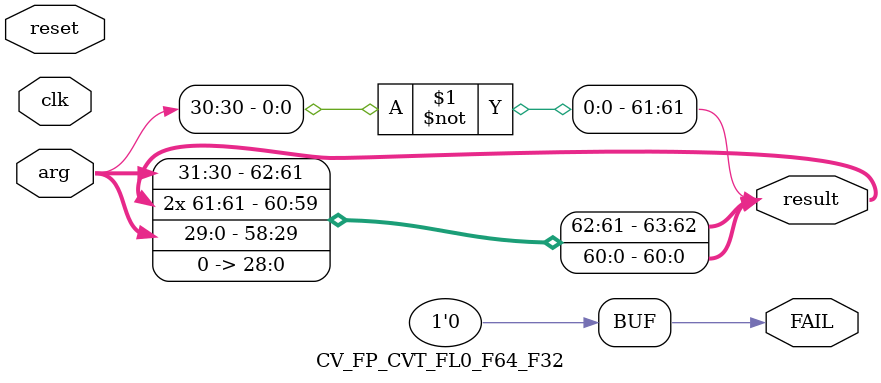
<source format=v>


// June 2017 - Better clock speed for FP_DIVIDER, but big latency and still rather poor - let's find a better public-domain one.


//=============================================================================================================
// Single-Precision, Flash, Floating Point Multiplier.  32=1+8+23
// 
module CV_FP_FLASH_MULTIPLIER_SP(
       input clk,
       input reset,
       output  [31:0] RR,
       input   [31:0] XX,
       input   [31:0] YY,
       output FAIL
       );

  wire [7:0] exp1, exp2;
  wire [22:0] mant1,mant2; 
  wire s1, s2;
  reg [31:0] arg1, arg2, res0, res1, res2, res3; // Fixed pipeline latency 5 (FL5).
  reg 	     fl0, fl1, fl2, fl3;
  assign { s1, exp1, mant1 } = arg1;  // Deconstruct input arg1
  assign { s2, exp2, mant2 } = arg2;  // Deconstruct input arg2

  wire z1 = exp1 == 8'd0; // Check arg1 is zero or denormal.
  wire z2 = exp2 == 8'd0; // Check arg2 is zero or denormal.

   wire nan1 = exp1 == 8'hff && mant1 != 0;
   wire nan2 = exp2 == 8'hff && mant2 != 0;

   wire inf1 = exp1 == 8'hff && mant1 == 0;
   wire inf2 = exp2 == 8'hff && mant2 == 0;

   wire nanr = nan1 || nan2; // Highest precedence
   wire zr = z1 || z2;       // Zero comes next.
   wire infr = inf1 || inf2; // Infinity lowest precedence special result.

   wire [8:0] exp_r0 = {1'b0, exp1 } + { 1'b0, exp2 }; // Add exponents as exponent for result
   wire [47:0] mant_r0 = {1'b1, mant1 } * {1'b1, mant2};
   
   wire growth = mant_r0[105];
   wire [8:0] exp_r1 =  (growth) ? exp_r0+12'd1: exp_r0;
   wire [47:0] mant_r1 = (growth) ? mant_r0 >> 1: mant_r0;

   wire too_small = !zr && exp_r1 < 0+128;
   wire too_large = !zr && exp_r1 > 256+127;

   wire [10:0] exp_r2 = exp_r1 - 8'd127;
   wire [22:0] mant_r2 = mant_r1 >> 23;  // Bit 23 would be the hidden bit. TODO: Need to round.

  // For multiply of normalised two-bit numbers we have the following cases:
  //   2*2=4, 2*3=6 and 3*3=9.  The maximum amount of renomalisation is one place.
  // Treating all denomals as zero means that no other renormalisation is ever needed.
  wire [31:0] rslt =
    nanr ? { 1'b0, 8'hff, -23'd1 }:                // NaN highest	      
    (too_small || zr) ?   { s1 ^ s2, 8'd0,   23'd0 }: // Zero mid
    (too_large || infr) ? { s1 ^ s2, 8'hff, 23'd0 }:  // Inf: lowest precedence special result
    { s1 ^ s2, exp_r2, mant_r2[22:0] };

   wire FAIL_flag = too_large; 
   always @(posedge clk) begin // ASIC tools will backprop the logic with luck!
      arg1 <= XX;
      arg2 <= YY;
      { res0, fl0 } <= { rslt, FAIL_flag };
      { res1, fl1 } <= { res0, fl0 };
      { res2, fl2 } <= { res1, fl1 };
      { res3, fl3 } <= { res2, fl2 };
   end

   assign RR = res3;
   assign FAIL = fl3;
endmodule

//=======================================================================================
// fixed-latency, Single-Precision multiply: IEEE 1+8+23 = 32-bit format.
module CV_FP_FL4_MULTIPLIER_SP(
       input clk,
       input reset,
       output [31:0] RR,
       input  [31:0] XX,
       input  [31:0] YY,
       output FAIL
       );


   reg [7:0]  exp_l_1, exp_r_1;
   reg [22:0] maint_l_1, maint_r_1; 
   reg s_l_1, s_r_1;

   reg [7:0] exp_l_2, exp_r_2;
   reg [31:0] arg_l_1, arg_r_1; // Fixed pipeline latency (FL) 4 now.
   reg [31:0] res_4;
   reg 	      fl_4;
   always @(*) begin
       { s_l_1, exp_l_1, maint_l_1 } <= arg_l_1;  // Deconstruct input arg1 - ensure maint is registered for DSP input
      { s_r_1, exp_r_1, maint_r_1 } <= arg_r_1;  // Deconstruct input arg2
   end
   
   // IEEE decode
   wire        z_l_1 = exp_l_1 == 8'd0; // Check left arg is zero or denormal.
   wire        z_r_1 = exp_r_1 == 8'd0; // Check right arg is zero or denormal.
   wire nan_l_1 = exp_l_1 == 8'hff && maint_l_1 != 0;
   wire nan_r_1 = exp_r_1 == 8'hff && maint_r_1 != 0;
   wire inf_l_1 = exp_l_1 == 8'hff && maint_l_1 == 0;
   wire inf_r_1 = exp_r_1 == 8'hff && maint_r_1 == 0;

   // Result logic
   wire nan_y_1 = nan_l_1 || nan_r_1; // Highest precedence
   wire z_y_1 = z_l_1 || z_r_1;       // Zero comes next.
   wire inf_y_1 = inf_l_1 || inf_r_1; // Infinity lowest precedence special result.

   reg 	nan_y_2, z_y_2, inf_y_2, s_y_2;
   reg [47:0] maint_y_3;
   reg 	      too_small_y_3, too_large_y_3, inf_y_3, z_y_3, s_y_3;
   wire        too_small_y_2 = !z_y_2 && exp_y_2 < 128+128-126;
   wire        too_large_y_2 = !z_y_2 && exp_y_2 > 128+128+126;
   reg [8:0] exp_y_2, exp_y_3;
   reg 	     nan_y_3;
   reg [23:0] maint_l_2, maint_r_2;
   always @ (posedge clk) begin
      { nan_y_2, z_y_2, inf_y_2 } <= { nan_y_1, z_y_1, inf_y_1 };
      exp_y_2 <= {1'b0, exp_l_1 } + { 1'b0, exp_r_1 }; // Add exponents as exponent for result
      exp_y_3 <= exp_y_2;
      { maint_l_2, maint_r_2 } <= {  { 1'b1, maint_l_1 }, { 1'b1, maint_r_1}};
      maint_y_3 <= maint_l_2 * maint_r_2;
      s_y_2 <= s_l_1 ^ s_r_1;
      {  z_y_3, s_y_3, too_small_y_3, too_large_y_3, inf_y_3, nan_y_3 } <=  {  z_y_2, s_y_2, too_small_y_2, too_large_y_2, inf_y_2, nan_y_2 };
   end 
   
   wire growth_y_3 = maint_y_3[47];
   wire [8:0] exp_yy_3 =  (growth_y_3) ? {1'b0, exp_y_3} + 9'd1: exp_y_3;
   wire [47:0] maint_yy_3 = (growth_y_3) ? maint_y_3 >> 1: maint_y_3;
    
  wire [7:0] exp_yyy_3 = exp_yy_3 - 8'd127;
  wire [22:0] maint_yyy_3 = maint_yy_3 >> 23; // Bit 23 would be the hidden bit. TODO: Need to round.

  // For multiply of normalised two-bit numbers we have the following cases:
  //   2*2=4, 2*3=6 and 3*3=9.  The maximum amount of renomalisation is one place.
  // Treating all denomals as zero means that no other renormalisation is ever needed.
  wire [31:0] rslt_3 =
    nan_y_3 ? { 1'b0, 8'hff, -23'd1 }: // highest	      
    (too_small_y_3 || z_y_3) ?   { s_y_3, 8'd0,   23'd0 }:  // mid precedence, return 0.
    (too_large_y_3 || inf_y_3) ? { s_y_3, 8'hff, 23'd0 }:  // lowest precedence special result
    { s_y_3, exp_yyy_3, maint_yyy_3[22:0] };
 
   wire       FAIL_flag = 0; // FAIL signalled with NaN for now but could be on too_large.
   always @(posedge clk) begin // ASIC tools will backprop the logic with luck! hmm.
      arg_l_1 <= XX;
      arg_r_1 <= YY;
      { res_4, fl_4 } <= { rslt_3, FAIL_flag };
   end

   assign RR = res_4; // Drive outputs
   assign FAIL = fl_4;

   // This DP code at the end here is for debug printing only.
   wire [63:0] a0_double = {XX[31], XX[30], {3{~XX[30]}}, XX[29:23], XX[22:0], {29{1'b0}}};
   wire [63:0] a1_double = {YY[31], YY[30], {3{~YY[30]}}, YY[29:23], YY[22:0], {29{1'b0}}};
   wire [63:0] r_double = {RR[31], RR[30], {3{~RR[30]}}, RR[29:23], RR[22:0], {29{1'b0}}};
   always@(posedge clk)  if (0) begin
      $display("%1t, %m operate:  %f * %f -> %f", $time,
	       $bitstoreal(a0_double),
	       $bitstoreal(a1_double),
	       $bitstoreal(r_double));
   end
   
endmodule

//=======================================================================================
// fixed-latency, Single-Precision multiply: IEEE 1+8+23 = 32-bit format.
module CV_FP_FL5_MULTIPLIER_SP(
       input clk,
       input reset,
       output [31:0] RR,
       input  [31:0] XX,
       input  [31:0] YY,
       output FAIL
       );


   reg [7:0]  exp_l_1, exp_r_1;
   reg [22:0] maint_l_1, maint_r_1; 
   reg s_l_1, s_r_1;

   reg [7:0] exp_l_2, exp_r_2;
   reg [31:0] arg_l_1, arg_r_1; // Fixed pipeline latency (FL) 4 now.
   reg [31:0] res_4, res_5;
   reg 	      fl_4, fl_5;
   always @(*) begin
       { s_l_1, exp_l_1, maint_l_1 } <= arg_l_1;  // Deconstruct input arg1 - ensure maint is registered for DSP input
      { s_r_1, exp_r_1, maint_r_1 } <= arg_r_1;  // Deconstruct input arg2
   end
   
   // IEEE decode
   wire        z_l_1 = exp_l_1 == 8'd0; // Check left arg is zero or denormal.
   wire        z_r_1 = exp_r_1 == 8'd0; // Check right arg is zero or denormal.
   wire nan_l_1 = exp_l_1 == 8'hff && maint_l_1 != 0;
   wire nan_r_1 = exp_r_1 == 8'hff && maint_r_1 != 0;
   wire inf_l_1 = exp_l_1 == 8'hff && maint_l_1 == 0;
   wire inf_r_1 = exp_r_1 == 8'hff && maint_r_1 == 0;

   // Result logic
   wire nan_y_1 = nan_l_1 || nan_r_1; // Highest precedence
   wire z_y_1 = z_l_1 || z_r_1;       // Zero comes next.
   wire inf_y_1 = inf_l_1 || inf_r_1; // Infinity lowest precedence special result.

   reg 	nan_y_2, z_y_2, inf_y_2, s_y_2;
   reg [47:0] maint_y_3, maint_y_4;
   reg 	      too_small_y_3, too_large_y_3, inf_y_3, z_y_3, s_y_3, nan_y_3;
   reg 	      too_small_y_4, too_large_y_4, inf_y_4, z_y_4, s_y_4, nan_y_4;   
   wire        too_small_y_2 = !z_y_2 && exp_y_2 < 128+128-126;
   wire        too_large_y_2 = !z_y_2 && exp_y_2 > 128+128+126;
   reg [8:0] exp_y_2, exp_y_3, exp_y_4;
   reg [23:0] maint_l_2, maint_r_2;
   always @ (posedge clk) begin
      { nan_y_2, z_y_2, inf_y_2 } <= { nan_y_1, z_y_1, inf_y_1 };
      exp_y_2 <= {1'b0, exp_l_1 } + { 1'b0, exp_r_1 }; // Add exponents as exponent for result
      exp_y_3 <= exp_y_2;
      exp_y_4 <= exp_y_3;      
      { maint_l_2, maint_r_2 } <= {  { 1'b1, maint_l_1 }, { 1'b1, maint_r_1}};
      maint_y_3 <= maint_l_2 * maint_r_2;
      maint_y_4 <= maint_y_3;
      s_y_2 <= s_l_1 ^ s_r_1;
      {  z_y_3, s_y_3, too_small_y_3, too_large_y_3, inf_y_3, nan_y_3 } <=  {  z_y_2, s_y_2, too_small_y_2, too_large_y_2, inf_y_2, nan_y_2 };
      {  z_y_4, s_y_4, too_small_y_4, too_large_y_4, inf_y_4, nan_y_4 } <=  {  z_y_3, s_y_3, too_small_y_3, too_large_y_3, inf_y_3, nan_y_3 };
   end 
   
   wire growth_y_4 = maint_y_4[47];
   wire [8:0] exp_yy_4 =  (growth_y_4) ? {1'b0, exp_y_4} + 9'd1: exp_y_4;
   wire [47:0] maint_yy_4 = (growth_y_4) ? maint_y_4 >> 1: maint_y_4;
    
  wire [7:0] exp_yyy_4 = exp_yy_4 - 8'd127;
  wire [22:0] maint_yyy_4 = maint_yy_4 >> 23; // Bit 23 would be the hidden bit. TODO: Need to round.

  // For multiply of normalised two-bit numbers we have the following cases:
  //   2*2=4, 2*3=6 and 3*3=9.  The maximum amount of renomalisation is one place.
  // Treating all denomals as zero means that no other renormalisation is ever needed.
  wire [31:0] rslt_4 =
    nan_y_4 ? { 1'b0, 8'hff, -23'd1 }: // highest	      
    (too_small_y_4 || z_y_4) ?   { s_y_4, 8'd0,   23'd0 }:  // mid precedence, return 0.
    (too_large_y_4 || inf_y_4) ? { s_y_4, 8'hff, 23'd0 }:  // lowest precedence special result
    { s_y_4, exp_yyy_4, maint_yyy_4[22:0] };
 
   wire       FAIL_flag = 0; // FAIL signalled with NaN for now but could be on too_large.
   always @(posedge clk) begin // ASIC tools will backprop the logic with luck! hmm.
      arg_l_1 <= XX;
      arg_r_1 <= YY;
      { res_5, fl_5 } <= { rslt_4, FAIL_flag };
   end

   assign RR = res_5; // Drive outputs
   assign FAIL = fl_5;

   // This DP code at the end here is for debug printing only.
   wire [63:0] a0_double = {XX[31], XX[30], {3{~XX[30]}}, XX[29:23], XX[22:0], {29{1'b0}}};
   wire [63:0] a1_double = {YY[31], YY[30], {3{~YY[30]}}, YY[29:23], YY[22:0], {29{1'b0}}};
   wire [63:0] r_double = {RR[31], RR[30], {3{~RR[30]}}, RR[29:23], RR[22:0], {29{1'b0}}};
   always@(posedge clk)  if (0) begin
      $display("%1t, %m operate:  %f * %f -> %f", $time,
	       $bitstoreal(a0_double),
	       $bitstoreal(a1_double),
	       $bitstoreal(r_double));
   end
   
endmodule


//=======================================================================================
// Fixed-latency, Double-Precision multiply: IEEE 1+11+52 = 64 bit format.
// Doing this in 3 on Xilinx may not really work.  See the FL6 version.
module CV_FP_FL3_MULTIPLIER_DP(
       input clk,
       input reset,
       output [63:0] RR,
       input  [63:0] XX,
       input  [63:0] YY,
       output FAIL
       );


  wire [10:0] exp1, exp2;
  wire [51:0] mant1,mant2; 
  wire s1, s2;
  reg [63:0] arg1, arg2, res0, res1; // Fixed pipeline latency (FL) 3.
  reg 	     fl0, fl1;
  assign { s1, exp1, mant1 } = arg1;  // Deconstruct input arg1
  assign { s2, exp2, mant2 } = arg2;  // Deconstruct input arg2

  wire z1 = exp1 == 11'd0; // Check arg1 is zero or denormal.
  wire z2 = exp2 == 11'd0; // Check arg2 is zero or denormal.

   wire nan1 = exp1 == 11'h7ff && mant1 != 0;
   wire nan2 = exp2 == 11'h7ff && mant2 != 0;

   wire inf1 = exp1 == 11'h7ff && mant1 == 0;
   wire inf2 = exp2 == 11'h7ff && mant2 == 0;

   wire nanr = nan1 || nan2; // Highest precedence
   wire zr = z1 || z2;       // Zero comes next.
   wire infr = inf1 || inf2; // Infinity lowest precedence special result.


  wire [12:0] exp_r0 = {1'b0, exp1 } + { 1'b0, exp2 }; // Add exponents as exponent for result


  wire [105:0] mant_r0 = {1'b1, mant1 } * {1'b1, mant2};

   
   wire growth = mant_r0[105];
   wire [12:0] exp_r1 =  (growth) ? {1'b0, exp_r0} + 13'd1: exp_r0;
   wire [105:0] mant_r1 = (growth) ? mant_r0 >> 1: mant_r0;



  wire       too_small = !zr && exp_r1 < 2048-1022;
  wire       too_large = !zr && exp_r1 > 2048+1023;

    
  wire [10:0] exp_r2 = exp_r1 - 12'd1023;
  wire [51:0] mant_r2 = mant_r1 >> 52;

  // For multiply of normalised two-bit numbers we have the following cases:
  //   2*2=4, 2*3=6 and 3*3=9.  The maximum amount of renomalisation is one place.
  // Treating all denomals as zero means that no other renormalisation is ever needed.
  wire [63:0] rslt =
    nanr ? { 1'b0, 11'h7ff, -52'd1 }: // highest	      
    (too_small || zr) ?   { s1 ^ s2, 11'd0,   52'd0 }:  // mid precedence, return 0.
    (too_large || infr) ? { s1 ^ s2, 11'h7ff, 52'd0 }:  // lowest precedence special result
    { s1 ^ s2, exp_r2, mant_r2[51:0] };

   wire FAIL_flag = too_large; 
   always @(posedge clk) begin // ASIC tools will backprop the logic with luck!
      arg1 <= XX;
      arg2 <= YY;
      { res0, fl0 } <= { rslt, FAIL_flag };
      { res1, fl1 } <= { res0, fl0 };
//      { res2, fl2 } <= { res1, fl1 };
   end

   assign RR = res1;
   assign FAIL = fl1;

endmodule

//=======================================================================================
// Fully pipelined SP mantissa divider:
// Better to use a CoreGen result or the full SRT algorithm using carry save accumulation of the quotient.
module RAD4_IDIVCELL#(parameter h_offset = 0,
		     parameter d_offset = 0
		     )
   (
	     input 	       clk, 
	     input [23:0]      num_in,
	     output reg [23:0] num_out,
	     input [23:0]      den_in,
	     output reg [23:0]  den_out, 
	     input [23:0]      quot_in,
	     output reg [23:0] quot_out, 
	     input [12:0]      mein,
	     output reg [12:0] mout

    );

   parameter offset = h_offset * 2;
   
   wire [47:0] 		   den_shifted = { 24'd0, den_in } << (offset);


   reg 			   goes0, goes1;
   reg [23:0] 		   quot1, num1;
      always @(posedge clk) begin
	 goes0 = num_in >= (den_shifted << 1);
	 num1 =  num_in - (goes0 ? (den_shifted<<1):0);
	 quot1 = quot_in | (goes0 ? (2<<offset):0);

	 goes1 = num1 >= den_shifted;
	 num_out <=  num1 - ((goes1) ? den_shifted:0);
	 quot_out <= quot1 | (goes1 ? (1<<offset):0);
	 //$display("%m radix4 goes=%d qin=%1d quot=%1d", {goes1, goes0}, quot_in, quot_out);
	 mout <= mein;
	 den_out <= den_in;
      end
   
   
endmodule	    



module RAD4_FDIVCELL#(parameter h_offset = 0,
		     parameter d_offset = 24
		     )
   (
    input 	      clk, 
    input [23:0]      num_in,
    output reg [23:0] num_out,
    input [23:0]      den_in,
    output reg [23:0] den_out, 
    input [25:0]      quot_in,
    output reg [25:0] quot_out, 
    input [12:0]      mein,
    output reg [12:0] mout

    );

   parameter offset = h_offset * 2;
   
   wire [47:0] 		       den_shifted = { 24'd0, den_in } >> (d_offset - offset);
   reg 			       goes0, goes1;
   reg [25:0] 		       quot1;
   reg [23:0] 		       num1;   
   always @(posedge clk) begin
      goes0 = num_in >= (den_shifted << 1);
      num1 =  num_in - (goes0 ? (den_shifted<<1):0);
      quot1 = quot_in | (goes0 ? (1<<offset):0);

      goes1 = num1 >= den_shifted;
      num_out <=  num1 - ((goes1) ? den_shifted:0);
      quot_out <= quot1 | (goes1 ? (1<<(offset-1)):0);
      //$display("%m radix4 goes=%d qin=%1d quot=%1d", {goes1, goes0}, quot_in, quot_out);
      mout <= mein;
      den_out <= den_in;
   end
   
   
endmodule	    


// Fully pipelined divider, 24-bit.
// For integer division, assuming denominator is not zero, the maximum result is the numerator size.
// When operating on normalised mantissas, with msb=1, the resulting range is between just below 2.0 and just above 0.5. So only one bit of extra quotient is needed 
// that may come into view post normalising.
module Divide24F_FL13(
		     input 	   clk, 
		     input [23:0]  num,
		     input [23:0]  den,
		     output [23:0] quotient,
		     input [12:0] meta_in,
		     output [12:0] meta_out
		     );

   
   wire [23:0] 		   d00, d01, d02, d03, d04, d05, d06, d07, d08, d09, d10, d11, d12;
   wire [23:0] 		   n00, n01, n02, n03, n04, n05, n06, n07, n08, n09, n10, n11, n12;   
   wire [25:0] 		   q00, q01, q02, q03, q04, q05, q06, q07, q08, q09, q10, q11, q12;
   wire [12:0] 		   m00, m01, m02, m03, m04, m05, m06, m07, m08, m09, m10, m11, m12;   


   RAD4_FDIVCELL #(12) bix12 (.mein(meta_in), .mout(m12), .clk(clk), .num_in(num), .num_out(n12), .den_in(den), .den_out(d12), .quot_in(26'd0), .quot_out(q12));   
   RAD4_FDIVCELL #(11) bix11 (.mein(m12), .mout(m11), .clk(clk), .num_in(n12), .num_out(n11), .den_in(d12), .den_out(d11), .quot_in(q12), .quot_out(q11));
   RAD4_FDIVCELL #(10) bix10 (.mein(m11), .mout(m10), .clk(clk), .num_in(n11), .num_out(n10), .den_in(d11), .den_out(d10), .quot_in(q11), .quot_out(q10));
   RAD4_FDIVCELL #(09) bix09 (.mein(m10), .mout(m09), .clk(clk), .num_in(n10), .num_out(n09), .den_in(d10), .den_out(d09), .quot_in(q10), .quot_out(q09));
   RAD4_FDIVCELL #(08) bix08 (.mein(m09), .mout(m08), .clk(clk), .num_in(n09), .num_out(n08), .den_in(d09), .den_out(d08), .quot_in(q09), .quot_out(q08));
   RAD4_FDIVCELL #(07) bix07 (.mein(m08), .mout(m07), .clk(clk), .num_in(n08), .num_out(n07), .den_in(d08), .den_out(d07), .quot_in(q08), .quot_out(q07));
   RAD4_FDIVCELL #(06) bix06 (.mein(m07), .mout(m06), .clk(clk), .num_in(n07), .num_out(n06), .den_in(d07), .den_out(d06), .quot_in(q07), .quot_out(q06));
   RAD4_FDIVCELL #(05) bix05 (.mein(m06), .mout(m05), .clk(clk), .num_in(n06), .num_out(n05), .den_in(d06), .den_out(d05), .quot_in(q06), .quot_out(q05));
   RAD4_FDIVCELL #(04) bix04 (.mein(m05), .mout(m04), .clk(clk), .num_in(n05), .num_out(n04), .den_in(d05), .den_out(d04), .quot_in(q05), .quot_out(q04));
   RAD4_FDIVCELL #(03) bix03 (.mein(m04), .mout(m03), .clk(clk), .num_in(n04), .num_out(n03), .den_in(d04), .den_out(d03), .quot_in(q04), .quot_out(q03));
   RAD4_FDIVCELL #(02) bix02 (.mein(m03), .mout(m02), .clk(clk), .num_in(n03), .num_out(n02), .den_in(d03), .den_out(d02), .quot_in(q03), .quot_out(q02));
   RAD4_FDIVCELL #(01) bix01 (.mein(m02), .mout(m01), .clk(clk), .num_in(n02), .num_out(n01), .den_in(d02), .den_out(d01), .quot_in(q02), .quot_out(q01));
   RAD4_FDIVCELL #(00) bix00 (.mein(m01), .mout(m00), .clk(clk), .num_in(n01), .num_out(n00), .den_in(d01), .den_out(d00), .quot_in(q01), .quot_out(q00));
   
   assign quotient = q00;
   assign meta_out = m00;
   // assign remainder = d00;
endmodule

//=======================================================================================
// Fixed-latency, Single-Precision divide: IEEE 1+8+23 = 32 bit format.
// Not realistic for synthesis.
module CV_FP_FL15_DIVIDER_SP(
       input clk,
       input reset,
       output [31:0] RR,
       input  [31:0] NN, // numerator
       input  [31:0] DD, // denominator
       output FAIL       // Report NaN instead of using this FAIL output.
       );

   parameter traceme = 0;
   wire [7:0] exp1, exp2;
   wire [22:0] mant1, mant2; 
   wire        s1, s2;
   reg [31:0]  arg1, arg2;  
   assign { s1, exp1, mant1 } = arg1;  // Deconstruct input arg1
   assign { s2, exp2, mant2 } = arg2;  // Deconstruct input arg2
   
   
   wire        z1 = exp1 == 8'd0; // Check num is zero or denormal.
   wire        z2 = exp2 == 8'd0; // Check den is zero or denormal.
   
   wire        nan1 = exp1 == 8'hff && mant1 != 0;
   wire        nan2 = exp2 == 8'hff && mant2 != 0;
   
   wire        inf1 = exp1 == 8'hff && mant1 == 0;
   wire        inf2 = exp2 == 8'hff && mant2 == 0;
   
   wire        nan_r0 = nan1 || nan2; // Highest precedence
   wire        z_r0 = z1;             // Zero comes next.
   wire        inf_r0 = inf1 || z2;   // Infinity lowest precedence special result.
   wire        s_r0 = s1 ^ s2;

   // Is S/P 1.0 is 0x3f80_0000 which has the identity exponent under multiplication and division.  Its value if 0x7F=127.  So this much must be added on after exponent subtraction (ignoring justification), but we add on twice this to more easily spot exponent overflows.

   wire [8:0] exp_r0 = {1'b0, exp1 } + 9'd127 + 9'd127 - { 1'b0, exp2 }; // Subtract exponents as exponent for result, and add on 128 to correct.


   // Considering 3 bit numbers in the range 4 to 7, the quotients possible are
   //   7/7 = 4/4 = 1
   //   7/4 = 1...
   //   4/7 = 0...
   reg [5:0]   justify2;
   wire [23:0] mant_r00;
   reg [23:0]  mant_r0;   
   reg [5:0]   bounder;
   wire [12:0] mein = { s_r0, nan_r0, z_r0, inf_r0, exp_r0 };
   wire [12:0] mout;
   Divide24F_FL13 the_mantissa_divider(
				      .clk(clk),
				      .num({1'b1, mant1 }),
				      .den({1'b1, mant2 }),
				      .quotient(mant_r00),
				      .meta_in(mein),
				      .meta_out(mout)
				      );

   always @(mant_r00) begin
      mant_r0 = mant_r00;
      //$display("div24 ans pre-norm nn=%h dd=%h pp=%h r=%h", nn, dd, pp, mant_r0);
      // Renormalise the result.
      justify2 = 0;
      bounder = 24;      
      while (justify2 < 63 && !mant_r0[23] && bounder != 0) begin
	 justify2 = justify2 + 1;
	 mant_r0 = mant_r0 << 1;
	 bounder = bounder-1;	 
	 end
      //if (traceme) $display("%m: midans  nn=%h dd=%h justify2=%1d r=%h", arg1, arg2, justify2, RR);
   end
   
//   assign { nan_r1, z_r1, inf_r1, exp_r1 } = mout;

   wire [8:0] exp_r1 = mout[8:0];
   wire inf_r1 =       mout[9];   
   wire z_r1 =         mout[10];   
   wire nan_r1 =       mout[11];
   wire s_r1 =         mout[12];   
   wire [23:0]         mant_r1 = mant_r0;   
   
   wire [8:0] exp_r1a = exp_r1 - justify2; // Apply justification
   //    
   wire too_small = !z_r1 && exp_r1a < 127;
   wire too_large = !z_r1 && exp_r1a > 127+254;

   
   wire [7:0] exp_r2 = exp_r1a - 127; // Remove excess offset.
   wire [22:0] mant_r2 = mant_r1[22:0];  //  Delete hidden bit.
   reg [31:0] rslt;
   always @(posedge clk) begin 
      rslt <=
	     nan_r1 ? { 1'b0, 8'hff, -23'd1 }:                // NaN highest	      
	     (too_small || z_r1) ?   { s1 ^ s2, 8'd0,   23'd0 }: // Zero mid
	     (too_large || inf_r1) ? { s1 ^ s2, 8'hff, 23'd0 }:  // Inf: lowest precedence special result
	     { s_r1, exp_r2, mant_r2[22:0] };
   end
   

   wire FAIL_flag = too_large; 
   // Generate r_double just for print/debug
   wire [63:0] r_double = {RR[31], RR[30], {3{~RR[30]}}, RR[29:23], RR[22:0], {29{1'b0}}};
   
   always @(posedge clk) begin 
      if (traceme)  $display("%m: inf1=%1h  exp_r1=%1d-%1d=%1d  exp_r2=%1d too=(%1h,%1h) nn=%1h dd=%1h r=%1h", inf1,
			     exp1, exp2, exp_r1, exp_r2, too_small, too_large, arg1, arg2, RR);
      //if (traceme) $display("%m: midans  
      //if (traceme)  $display("%m:  nan1=%h nan2=%h        z1=%h z2=%h           inf1=%h inf2=%h", nan1, nan2, z1, z2, inf1, inf2);  
      arg1 <= NN;
      arg2 <= DD;
      if (traceme) $display("%1t, %m: result=%1e", $time,  $bitstoreal(r_double));
   end

   assign RR = rslt;
   assign FAIL = FAIL_flag;

endmodule // divider s/p FL15

//=======================================================================================
// fixed-latency, Double-Precision divide: IEEE 1+11+52 = 64 bit format.
// Too slow to really use under synthesis. !
module CV_FP_FL5_DIVIDER_DP(
       input clk,
       input reset,
       output [63:0] RR,
       input  [63:0] NN, // numerator
       input  [63:0] DD, // denominator
       output FAIL
       );

   
  wire [10:0] exp1, exp2;
  wire [51:0] mant1,mant2; 
  wire s1, s2;
  reg [63:0] arg1, arg2, res0, res1, res2, res3; // Fixed pipeline latency 5 (FL5).
  reg 	     fl0, fl1, fl2, fl3;
  assign { s1, exp1, mant1 } = arg1;  // Deconstruct input arg1
  assign { s2, exp2, mant2 } = arg2;  // Deconstruct input arg2
   
  wire z1 = exp1 == 11'd0; // Check arg1 is zero or denormal.
  wire z2 = exp2 == 11'd0; // Check arg2 is zero or denormal.

   wire nan1 = exp1 == 11'h7ff && mant1 != 0;
   wire nan2 = exp2 == 11'h7ff && mant2 != 0;

   wire inf1 = exp1 == 11'h7ff && mant1 == 0;
   wire inf2 = exp2 == 11'h7ff && mant2 == 0;

   wire nanr = nan1 || nan2; // Highest precedence
   wire zr = z1;             // Zero comes next.
   wire infr = inf1 || z2;   // Infinity lowest precedence special result.


   wire [12:0] exp_r0 = {1'b0, exp1 } + 13'd2048 - { 1'b0, exp2 }; // Subtract exponents as exponent for result


   // Considering 3 bit numbers in the range 4 to 7, the quotients possible are
   //   7/7 = 4/4 = 1
   //   7/4 = 1...
   //   4/7 = 0...

   // Integer long division steps the P register left a variable amount during denominator preshifting, but for floating point we always
   // start the main phase with P in the msb and adjust the final exponent by the preshift amount.
   reg [5:0]   justify2;
   reg [52:0]  mant_r0, pp, nn, dd;
   reg [5:0] bounder;
   always @(mant1 or mant2) begin
      bounder = 63;
      pp = 1 << 52;
      nn = {1'b1, mant1 };
      dd = {1'b1, mant2 };
      mant_r0 = 0;
      //justify = 0;
      //while (!dd[52] && dd != 0) begin // preshift - never used except for denormal denominators that we ignore.
	 //justify = justify + 1;
	 //dd = dd << 1;
      //end

      //$display("div53 preshifted  nn=%h dd=%h pp=%h r=%h", nn, dd, pp, mant_r0);
      // This will be too slow in logic terms to use....
      while (nn != 0 && dd != 0 && bounder > 0) begin
	 //$display("div53 step nn=%h dd=%h pp=%h r=%h", nn, dd, pp, mant_r0);
	 if (nn >= dd) begin
	    mant_r0 = mant_r0 | pp;
	    nn = nn - dd;
	 end
	 dd = dd >> 1;
	 pp = pp >> 1;
         bounder = bounder - 1;
      end
      //$display("div53 ans pre-norm nn=%h dd=%h pp=%h r=%h", nn, dd, pp, mant_r0);

      // Renormalise the result.
      justify2 = 0;
      while (justify2 < 63 && !mant_r0[52]) begin
	 justify2 = justify2 + 1;
	 mant_r0 = mant_r0 << 1;
	 end
      //$display("div53 ans  nn=%h dd=%h pp=%h justify2=%1d r=%h", nn, dd, pp, justify2, mant_r0);
   end
   
   wire [11:0] exp_r1 =  exp_r0; //+justify;


   wire       too_small = !zr && exp_r1 < 2048-1022;
   wire       too_large = !zr && exp_r1 > 2048+1023;
    
   wire [10:0] exp_r2 = exp_r1 - 2048 + 1023 - justify2; // Reinsert excess offset.
   wire [51:0] mant_r2 = mant_r0[51:0];  //  Delete hidden bit.


   wire [63:0] rslt =
    nanr ?                { 1'b0, 11'h7ff, -52'd1 }: // highest	      
    (too_small || zr) ?   { s1 ^ s2, 11'd0,   52'd0 }:  // mid
    (too_large || infr) ? { s1 ^ s2, 11'h7ff, 52'd0 }:  // lowest precedence special result
                          { s1 ^ s2, exp_r2, mant_r2 };

   wire FAIL_flag = too_large; 
   always @(posedge clk) begin // ASIC tools will backprop the logic with luck!
      //$display("divider:  exp_r1=%d-%d=%d  exp_r2=%d too_small=%h  too_large=%h", exp1, exp2, exp_r1, exp_r2, too_small, too_large);
      //$display("divider:  nan1=%h nan2=%h        z1=%h z2=%h           inf1=%h inf2=%h", nan1, nan2, z1, z2, inf1, inf2);  
      arg1 <= NN;
      arg2 <= DD;
      { res0, fl0 } <= { rslt, FAIL_flag };
      { res1, fl1 } <= { res0, fl0 };
      { res2, fl2 } <= { res1, fl1 };
      { res3, fl3 } <= { res2, fl2 };
      //$display("%1t, %m: result=%1e", $time,  $bitstoreal(res3));
   end

   assign RR = res3;
   assign FAIL = fl3;

endmodule // divider

//=======================================================================================
// fixed-latency, Double-Precision adder: IEEE 1+11+52 = 64 bit format.

module CV_FP_FL4_ADDER_DP(
       input clk,
       input reset,
       output [63:0] RR,
       input  [63:0] XX,
       input  [63:0] YY, // denominator
       output FAIL
       );
   CV_FP_FL4_ADDSUB_DP addcore(clk, reset, RR, XX, YY, FAIL, 1'b0);
endmodule

module CV_FP_FL4_SUBTRACTOR_DP(
       input clk,
       input reset,
       output [63:0] RR,
       input  [63:0] XX, 
       input  [63:0] YY, 
       output FAIL
       );
   CV_FP_FL4_ADDSUB_DP subcore(clk, reset, RR, XX, YY, FAIL, 1'b1);
endmodule


//
// When exponents differ by two or more, the maximum amount of renormalisation is 1 place.
//
module CV_FP_FL4_ADDSUB_DP(
       input 	     clk,
       input 	     reset,
       output [63:0] RR,
       input [63:0]  XX, 
       input [63:0]  YY, 
       output 	     FAIL,
       input 	     subtract  
       );

  wire [10:0] exp1, exp2;
  wire [51:0] mant1,mant2; 
  wire s1, s2, s20;
  reg [63:0] arg1, arg2, res0, res1, res2; // Fixed pipeline latency (FL) 4.
  reg 	     fl0, fl1, fl2;
  assign { s1, exp1, mant1 } = arg1;  // Deconstruct input arg1
  assign { s20, exp2, mant2 } = arg2;  // Deconstruct input arg2


  assign s2 = s1 ^ s20 ^ subtract; //Flip sign of second arg for subtraction.  Treat s1 as positive always and by flipping s2 here if negative and dittio in the final result.
   
  wire z1 = exp1 == 11'd0; // Check arg1 is zero or denormal.
  wire z2 = exp2 == 11'd0; // Check arg2 is zero or denormal.

   wire nan1 = exp1 == 11'h7ff && mant1 != 0;
   wire nan2 = exp2 == 11'h7ff && mant2 != 0;

   wire inf1 = exp1 == 11'h7ff && mant1 == 0;
   wire inf2 = exp2 == 11'h7ff && mant2 == 0;

   wire nanr = nan1 || nan2; // Highest precedence
   wire infr = inf1 || inf2;   // Infinity lowest precedence special result.
   // todo inf + -inf is zero?

   reg [11:0] justify1, justify2;
   reg        smaller;
   // IEEE has an 11 bit exponent held excess 1023 with range 1 to 2046 which encodes -1022 to +1023.

   always @(*) begin
      if (exp1 > exp2) begin // 
	 smaller = 1;
	 justify1 = exp1 - exp2;
      end
      else begin
	 smaller = 0;
	 justify1 = exp2 - exp1;
      end
      //$display("adder work smaller smaller=%h justify1=%d", smaller, justify1);
   end

   wire [53:0] lhs = (smaller) ?  (z1 ? 0: { 2'b01, mant1 })   :  (z1 ? 0: ({ 2'b01, mant1 } >> justify1));
   wire [53:0] rhs = (smaller) ?  (z2 ? 0 : ({ 2'b01, mant2 } >> justify1)) : (z2 ? 0 : { 2'b01, mant2 });

   wire [53:0] sum  =  lhs + rhs; // Can gain one bit in add or subtract, so 54-bit intermediate result.
   wire [53:0] diff =  lhs - rhs; 
   wire zr = (!s2) ? (sum==54'b0): (diff==54'b0);
   wire [53:0] mant_r0 = (!s2) ? sum: (diff [53]) ? rhs-lhs: diff;
   wire        flip    = s2 && diff[53]; // Flip indicates a negative result (modulo lhs being positive).
   
   wire [11:0] exp_r1 =  z1 ? exp2: z2 ? exp1: smaller ? exp1 : exp2;

    
   // Renormalise the result
   reg [53:0]  mant_r1;
   reg 	       rjustify2;
   reg [5:0] bounder;
   always @(mant_r0) begin
      justify2 = 0;
      rjustify2 = 0;
      bounder = 63;
      mant_r1 = mant_r0;
      if (mant_r1[53]) begin
	 mant_r1 = mant_r1 >> 1;
	 rjustify2 = 1;
      end
      
      if (mant_r1) begin
	 while (!mant_r1 [52] && mant_r1 && bounder > 0) begin
	    justify2 = justify2 + 1;
	    mant_r1 = mant_r1 << 1;
            bounder = bounder - 1;
	 end
      end
      //$display("adder post just: r1=%h   r2=%h  rjustify2=%h justify2=%d", mant_r1, mant_r1[51:0], rjustify2, justify2);
   end
   wire [51:0] mant_r2 = mant_r1[51:0]; // remove hidden bit and carry bit.
   wire [12:0] exp_r22 = exp_r1 - justify2 + 1024 + rjustify2;
      
   wire       too_small = !zr && exp_r22 < 1023+1024-1022;
   wire       too_large = !zr && exp_r22 > 1023+1024+1023;

   wire [10:0] exp_r2 = exp_r22 - 1024;
   wire [63:0] rslt =
    nanr ?                { 1'b0, 11'h7ff, -52'd1 }: // highest	      
    (too_small || zr) ?   { s1 ^ flip, 11'd0,   52'd0 }:  // mid
    (too_large || infr) ? { s1 ^ flip, 11'h7ff, 52'd0 }:  // lowest precedence special result
                          { s1 ^ flip, exp_r2, mant_r2 };

   wire FAIL_flag = too_large; 
   always @(posedge clk) begin // ASIC tools will backprop the logic with luck!
      //$display("adder:  arg1=%h  arg2=%h s1=%h flip=%h rslt=%h", arg1, arg2, s1, flip, rslt);
      //$display("adder:  lhs=%h  rhs=%h  sum=%h diff=%h mant_r0=%h", lhs, rhs, sum, diff, mant_r0);      
      //$display("adder:  exp_r1=%d  exp_r22=%d exp_r2=%d smaller=%d too_small=%h  too_large=%h", exp_r1, exp_r22, exp_r2, smaller, too_small, too_large);
      //$display("adder:  nan1=%h nan2=%h        z1=%h z2=%h           inf1=%h inf2=%h", nan1, nan2, z1, z2, inf1, inf2);  
      arg1 <= XX;
      arg2 <= YY;
      { res0, fl0 } <= { rslt, FAIL_flag };
      { res1, fl1 } <= { res0, fl0 };
      { res2, fl2 } <= { res1, fl1 };
//      { res3, fl3 } <= { res2, fl2 };
   end

   assign RR = res2;
   assign FAIL = fl2;

endmodule // DP adder

//=======================================================================================
// fixed-latency, Single-Precision adder: IEEE 1+8+23 = 32 bit format.

module CV_FP_FL4_ADDER_SP(
       input clk,
       input reset,
       output [31:0] RR,
       input  [31:0] XX, // numerator
       input  [31:0] YY, // denominator
       output FAIL
       );
   CV_FP_FL4_ADDSUB_SP addcore(clk, reset, RR, XX, YY, FAIL, 1'b0);
endmodule

module CV_FP_FL4_SUBTRACTOR_SP(
       input clk,
       input reset,
       output [31:0] RR,
       input  [31:0] XX, // numerator
       input  [31:0] YY, // denominator
       output FAIL
       );
   CV_FP_FL4_ADDSUB_SP subcore(clk, reset, RR, XX, YY, FAIL, 1'b1);
endmodule


module CV_FP_FL4_ADDSUB_SP(
       input 	     clk,
       input 	     reset,
       output [31:0] RR,
       input [31:0]  XX, // numerator
       input [31:0]  YY, // denominator
       output 	     FAIL,
       input 	     subtract  
       );

   // Fixed-latency, Single-Precision adder: IEEE 1+8+23 = 32 bit format.
   parameter traceme = 0;
   wire [7:0] 	     exp1, exp2;
   wire [22:0] 	     mant1, mant2;  // Mantissa without hidden bit: (23 visible + 1 hidden) = 24 bit mantissa arithemtic.
   wire 	     s1, s2, s20;
   reg [31:0] 	     arg1, arg2, res0, res1, res2, res3; // Fixed pipeline latency 4 or 5 (FL4, FL5).
   reg 		     fl0, fl1, fl2, fl3;
   assign { s1, exp1, mant1 } = arg1;   // Deconstruct input arg1
   assign { s20, exp2, mant2 } = arg2;  // Deconstruct input arg2


  assign s2 = s1 ^ s20 ^ subtract; //Flip sign of second arg for subtraction.  Treat s1 as positive always and by flipping s2 here if negative and ditto in the final result.
   
  wire z1 = exp1 == 11'd0; // Check arg1 is zero or denormal.
  wire z2 = exp2 == 11'd0; // Check arg2 is zero or denormal.

   wire nan1 = exp1 == 8'hff && mant1 != 0;
   wire nan2 = exp2 == 8'hff && mant2 != 0;

   wire inf1 = exp1 == 8'hff && mant1 == 0;
   wire inf2 = exp2 == 8'hff && mant2 == 0;
   wire nanr = nan1 || nan2; // Highest precedence
   wire infr = inf1 || inf2;   // Infinity lowest precedence special result.
   // todo inf + -inf is zero?

   reg [7:0] justify1, justify2;
   reg        smaller;

   always @(*) begin
      if (exp1 > exp2) begin // 
	 smaller = 1;
	 justify1 = exp1 - exp2;
      end
      else begin
	 smaller = 0;
	 justify1 = exp2 - exp1;
      end
      //$display("adder work smaller smaller=%h justify1=%d", smaller, justify1);
   end

   wire [24:0] lhs = (smaller) ?  (z1 ? 0: { 2'b01, mant1 })   :  (z1 ? 0: ({ 2'b01, mant1 } >> justify1));
   wire [24:0] rhs = (smaller) ?  (z2 ? 0 : ({ 2'b01, mant2 } >> justify1)) : (z2 ? 0 : { 2'b01, mant2 });

   wire [24:0] sum  =  lhs + rhs; // Can gain one bit in add or subtract, so 25-bit intermediate result.
   wire [24:0] diff =  lhs - rhs; 
   wire zr = (!s2) ? (sum==25'b0): (diff==25'b0);
   wire [24:0] mant_r0 = (!s2) ? sum: (diff [24]) ? rhs-lhs: diff;
   wire        flip    = s2 && diff[24]; // Flip indicates a negative result (modulo lhs being positive).
   
   wire [7:0] exp_r1 =  z1 ? exp2: z2 ? exp1: smaller ? exp1 : exp2;

   reg [5:0] bounder;    
   // Renormalise the result.
   reg [24:0]  mant_r1;
   reg 	       rjustify2;
   always @(mant_r0) begin
      justify2 = 0;
      rjustify2 = 0;
      mant_r1 = mant_r0;
      if (mant_r1[24]) begin
	 mant_r1 = mant_r1 >> 1;
	 rjustify2 = 1;
      end
      
      if (mant_r1) begin
	 bounder = 24;
	 while (!mant_r1 [23] && mant_r1 && bounder != 0) begin
	    justify2 = justify2 + 1;
	    mant_r1 = mant_r1 << 1;
	    bounder = bounder - 1;
	 end
      end
      if (traceme) $display("%m: post just: r1=%h   rjustify2=%d", mant_r1, rjustify2);
   end
   wire [22:0]  mant_r2 = mant_r1[22:0]; // remove hidden bit and carry bit.
   wire [9:0] exp_r22 = exp_r1 - justify2 + 128 + rjustify2;

   // IEEE SP has an 8-bit exponent held excess 128 with range 1 to 254
   wire        too_small = !zr && exp_r22 < 128+128-126;
   wire        too_large = !zr && exp_r22 > 128+128+126;

   wire [7:0] exp_r2 = exp_r22 - 128;
   wire [31:0] rslt =
    nanr ?                { 1'b0, 8'hff, -23'd1 }:       // highest	      
    (too_small || zr) ?   { s1 ^ flip, 8'd0,   23'd0 }:  // mid
    (too_large || infr) ? { s1 ^ flip, 8'hff, 23'd0 }:   // lowest precedence special result
                          { s1 ^ flip, exp_r2, mant_r2 };

   wire FAIL_flag = too_large; 
   // Generate r_double just for print/debug
   wire [63:0] r_double = {rslt[31], rslt[30], {3{~rslt[30]}}, rslt[29:23], rslt[22:0], {29{1'b0}}};

   always @(posedge clk) begin // ASIC tools will backprop the pipeline registers with luck!
      if (rslt && traceme > 0) $display("%1t: %m: result %h %f", $time, rslt, $bitstoreal(r_double));
      if (traceme > 1) begin
	 $display("%m:  arg1=%h  arg2=%h s1=%h flip=%h rslt=%h", arg1, arg2, s1, flip, rslt);
	 $display("%m:  lhs=%h  rhs=%h  sum=%h diff=%h mant_r0=%h", lhs, rhs, sum, diff, mant_r0);      
	 $display("%m:  exp_r1=%d  exp_r22=%d exp_r2=%d smaller=%d too_small=%h  too_large=%h", exp_r1, exp_r22, exp_r2, smaller, too_small, too_large);
	 $display("%m:  nan1=%h nan2=%h        z1=%h z2=%h           inf1=%h inf2=%h", nan1, nan2, z1, z2, inf1, inf2);  
	 end
      arg1 <= XX;
      arg2 <= YY;
      { res0, fl0 } <= { rslt, FAIL_flag };
      { res1, fl1 } <= { res0, fl0 };
      { res2, fl2 } <= { res1, fl1 };
//      { res3, fl3 } <= { res2, fl2 };
   end

   assign RR = res2;
   assign FAIL = fl2;

endmodule // SP adder

//==================================================================================================
// Format convertors:
//
//                   
// The floating-point to/from integer convertors required normally are:

// 1 CV_FP_CVT_FL2_F32_I32  // Integer 32 to float 32 with fixed-latency of 2
// 2 CV_FP_CVT_FL2_F32_I64  // Integer 64 to float 32 with fixed-latency of 2
// 3 CV_FP_CVT_FL2_F64_I32  // Integer 32 to float 64 with fixed-latency of 2
// 4 CV_FP_CVT_FL2_F64_I64  // Integer 64 to float 64 with fixed-latency of 2

// 5 CV_FP_CVT_FL2_I32_F32  // Integer 32 from float 32 with fixed-latency of 2
// 6 CV_FP_CVT_FL2_I32_F64  // Integer 32 from float 64 with fixed-latency of 2
// 7 CV_FP_CVT_FL2_I64_F32  // Integer 64 from float 32 with fixed-latency of 2
// 8 CV_FP_CVT_FL2_I64_F64  // Integer 64 from float 64 with fixed-latency of 2

// 9 CV_FP_CVT_FL0_F32_F64  // Float 32 from float 64 (FL=0 implies combinational) 
// 10 CV_FP_CVT_FL0_F64_F32  // Float 64 from float 32 (FL=0 implies combinational)          


// Convertors currently in this file: 1-4, 5
// Convertors 9 and 10 are implemented as RTL functions hpr_flt2dbl and hpr_dbl2flt


//
// Fixed-latency integer to single-precision convertor. 
// Convertor 1 
module CV_FP_CVT_FL2_F32_I32(input clk, input reset, output reg [31:0] result, input [31:0] arg, output FAIL);

  reg [30:0] absv;
  reg scase_zero1, scase_minint1, signf1;

  assign FAIL = 0; // All i32 values are renderable
   reg [7:0] expo;
   reg [30:0] mantissa;
   reg [6:0]  bounder;
   
  always @(posedge clk) begin
     scase_zero1 <= (arg == 32'h0);
     scase_minint1 <= (arg == 32'h8000_0000);
     absv <= (arg[31]) ? ((32'h0 - arg) & 32'h7FFF_FFFF) : arg[30:0]; 
     signf1 <= arg[31];
     expo = 128+22;
     mantissa = absv;
     bounder = 25;
     if (mantissa != 0) begin
	if (mantissa == (1<<23) && bounder > 0) begin
	   // nothing to do.
        end
	else if (mantissa < (1<<23)) begin
	   while(mantissa < (1<<23) && bounder > 0) begin
	      mantissa = mantissa << 1;
	      expo = expo - 1;
	      bounder = bounder - 1;
	   end
	end
	else begin
	   while(mantissa >= (1<<24) && bounder > 0) begin
	      mantissa = mantissa >> 1;
	      expo = expo + 1;
	      bounder = bounder - 1;
	   end
	end
     end 
     if (scase_zero1) result <= 32'b0;
     else if (scase_minint1) result <= 32'hCF00_0000;
     else begin  
	result[22:0]  <= mantissa[22:0];
	result[30:23] <= expo;
	result[31]    <= signf1;
     end
  end // always @ (posedge clk)
   
   wire [63:0] r_double = {result[31], result[30], {3{~result[30]}}, result[29:23], result[22:0], {29{1'b0}}};
   
   always@(posedge clk)  if (0) begin
      $display("%m operate:  %1d -> 0x%1h 0x%1h %e", 
	       arg, result, r_double, $bitstoreal(r_double));
   end

endmodule

//
// Fixed-latency int64 to single-precision convertor. 
// Convertor 2
module CV_FP_CVT_FL2_F32_I64(input clk, input reset, output reg [31:0] result, input [63:0] arg, output FAIL);

  reg [62:0] absv;
  reg scase_zero1, scase_minint1, signf1;

   assign FAIL = 1'b0; // All int64 values are renderable.

   reg [7:0] expo;  // Not all exponent range is possible: only 128 to 128+64 might be used.
   reg [62:0] mantissa;
   reg [6:0]  bounder;
   always @(posedge clk) begin
      scase_zero1 <= (arg == 64'h0);
      scase_minint1 <= (arg == 64'h8000_0000_0000_0000);
      absv <= (arg[63]) ? ((64'h0 - arg) & 64'h7FFF_FFFF_FFFF_FFFF) : arg[62:0]; 
      signf1 <= arg[63];
      
      expo = 128+22;
      mantissa = absv;
      bounder = 64;
      if (mantissa != 0) begin
	 if (mantissa == (1<<23)) begin
	    // nothing to do.
         end
	 else if (mantissa < (1<<23)) begin
	    while(mantissa < (1<<23) && bounder > 0) begin
	       mantissa = mantissa << 1;
	       expo = expo - 1;
	       bounder = bounder - 1;
	       //$display("%m: l         mant=%8h  e=%1d\n", mantissa, expo);
	    end
	 end
	 else begin
	    while(mantissa >= (1<<24) && bounder > 0) begin
	       mantissa = mantissa >> 1;
	       expo = expo + 1;
	       bounder = bounder - 1;
	       //$display("%m: r         mant=%8h  e=%1d\n", mantissa, expo);
	    end
	 end
      end
      if (scase_zero1) result <= 32'b0;
      else if (scase_minint1) result <= 32'hCF00_0000;
      else begin  
	 result[22:0]  <= mantissa;
	 result[30:23] <= expo;
	 result[31]    <= signf1;
      end
   end
endmodule


// Convertor 3 (improved/direct implementation)
// Convert int32 to double-precision multiply: IEEE 1+11+52 = 64 bit format. 
module CV_FP_CVT_FL2_F64_I32(input clk, input reset, output reg [63:0] result, input [31:0] arg, output FAIL);
  reg [31:0] absv;
  reg scase_zero1, scase_minint1, signf1;

   assign FAIL = 0; // All input values are supported, so this cannot FAIL.
   
   reg [10:0] expo;
   reg [52:0] mantissa;
   reg [5:0] bounder;
   always @(posedge clk) begin
	scase_zero1 <= (arg == 32'h0);
	signf1 <= arg[31] ;
	absv <= (arg[31]) ? (32'h0 - arg) : arg; 
	bounder = 63;
	expo = 1024+32;
      mantissa = absv << (52-33);
      if (mantissa != 0) begin
	 while(mantissa < (1<<52) && bounder > 0) begin
	    //$display("%m:           a=%16h  e=%1d\n", mantissa, expo);
	    mantissa = mantissa << 1;
	   expo = expo - 1;
	   bounder = bounder - 1;
	 end
      end
      
      //$display("%m: zero1=%1d signf1=%1d expo1=%1d mant1=0x%1h", scase_zero1, signf1, expo, mantissa);
      if (scase_zero1) result <= 64'b0;
      else begin  
	 result[51:0]  <= mantissa [51:0];
	 result[62:52] <= expo;
	 result[63]    <= signf1;
      end
   end
endmodule

// Convertor 4
module CV_FP_CVT_FL2_F64_I64(input clk, input reset, output reg [63:0] result, input [63:0] arg, output FAIL);
// Convert int64 to double-precision multiply: IEEE 1+11+52 = 64 bit format. 
  reg [62:0] absv;
  reg scase_zero1, scase_minint1, signf1;

   assign FAIL = 0; // All input values are supported, so this cannot FAIL.
   
  reg [10:0] expo;
  reg [62:0] mantissa;
  reg [6:0] bounder;
  always @(posedge clk) begin
     scase_zero1 <= (arg == 64'h0);
     scase_minint1 <= (arg == 64'h8000_0000_0000_0000);
     absv <= (arg[63]) ? ((64'h0 - arg) & 64'h7FFF_FFFF_FFFF_FFFF) : arg[62:0]; 
     signf1 <= arg[63];
     expo = 1024+51;
     mantissa = absv;
     bounder = 64;
     if (mantissa != 0) begin
	while(mantissa < (1<<52) && bounder > 0) begin
	   //$display("%m: l         mant=%16h  e=%1d\n", mantissa, expo);
	   mantissa = mantissa << 1;
	   expo = expo - 1;
	   bounder = bounder - 1;
	end
	while(mantissa >= (1<<53) && bounder > 0) begin
	   //$display("%m:  r         mant=%16h  e=%1d\n", mantissa, expo);
	   mantissa = mantissa >> 1;
	   expo = expo + 1;
	   bounder = bounder - 1;
	end
     end

 
    //$display("%m: zero1=%1d minint1=%1d  signf1=%1d expo1=%1d mant1=0x%1h", scase_zero1, scase_minint1, signf1, expo, mantissa);
    if (scase_zero1) result <= 64'b0;
    else if (scase_minint1) result <= 64'hc3e0_0000_0000_0000;
    else begin  
       result[51:0]  <= mantissa [51:0];
       result[62:52] <= expo;
       result[63]    <= signf1;
    end
  end
   
endmodule




// Maximum single-precision is 3.4e38 but maximum int32 is 0x4f000000  2.147484e+09 which has exponent 128+30, so any exponents above 30 will overflow.

//==================================================================================================
// Convertor 5 - get int32 from a single-precision float.

module CV_FP_CVT_FL2_I32_F32(input clk, input reset, output [31:0] result, input [31:0] arg, output FAIL);

   parameter traceme = 0;
   wire [7:0]  exp0;
   wire [22:0] mant0;
   wire        signf0;
   assign { signf0, exp0, mant0 } = arg; // Deconstruct input arg1

   reg [31:0]  rr1, rr2;
   reg [7:0]   exp1, expx, bounder;
   reg [22:0]  mant1;
   reg         er2a, er2b;
   reg         signf1;
   reg         scase_zero1;
   reg         scase_nan1;
   reg         scase_inf1;
   wire        scase_zero0 = (mant0 == 0 && exp0 == 0); // special case zero.

   always @(posedge clk) begin
      scase_zero1 <= scase_zero0;
      scase_nan1  <= (mant0 != 0) && (exp0 == 8'hff);
      scase_inf1  <= (mant0 == 0) && (exp0 == 8'hff);
      signf1 <= signf0;
      mant1 <= mant0;
      exp1 <= exp0;
      er2a <= scase_nan1 || scase_inf1;
      er2b = 0;

      if (traceme) $display("%1t: %m arg0=%1h signf0=%1d  exp0=%1d  mant0=0x%h", $time, arg, signf0, exp0, mant0);
      if (traceme) $display("%1t: %m  signf1=%1d  exp1=%1d  mant1=0x%h", $time, signf1, exp1, mant1);      
      if (traceme) $display("%1t: %m: zero1=%1d inf1=%1d nan1=%1d signf1=%1d rr1=%1d result=%1d\n", $time, scase_zero1, scase_inf1, scase_nan1, signf1, rr1, result);
      if (scase_zero1) begin
	 if (traceme) $display("%1t: %m:  zero", $time); 
	 rr2 <= 64'd0;
	 end
      else if (exp1 < 127) begin
	 if (traceme) $display("%1t: %m:  underflow to zero, exp1=%1d", $time, exp1); 
	 rr2 <= 64'd0;
	 end
      else if (exp1 < 127+23) begin
	 bounder = 23;
	 expx = exp1;
	 rr1 = mant1 | (1<<23);
	 while(expx < 127+23 && bounder > 0) begin
	    rr1 = rr1 >> 1;
	    expx = expx + 1;
	    bounder = bounder - 1;
	    //if (traceme) $display("%1t: %m:    bbbbbbbbbbbb   zero1=%1d inf1=%1d nan1=%1d signf1=%1d rr1=%1d result=%1d\n", $time, scase_zero1, scase_inf1, scase_nan1, signf1, rr1, result);
	 end
	 rr2 <= (signf1) ? 32'd0-rr1: rr1;
      end
      else if (exp1 > 128+30) begin
	 er2b = 1;
	 rr2 <= 0;
	 if (traceme) $display("%1t: %m:  overflow, exp1=%1d\n", $time, exp1); 
      end
      else begin
	 expx = exp1;
	 rr1 = mant1 | (1<<23);
	 bounder = 8;
	 while(expx > 127+23 && bounder > 0) begin
	    rr1 = rr1 << 1;
	    expx = expx - 1;
	    bounder = bounder - 1;
	    //if (traceme) $display("%1t: %m:  aaaaaaaaaaaaa     zero1=%1d inf1=%1d nan1=%1d signf1=%1d rr1=%1d result=%1d\n", $time, scase_zero1, scase_inf1, scase_nan1, signf1, rr1, result);
	 end
	 rr2 <= (signf1) ? 32'd0-rr1: rr1;
      end // else: !if(expx > 128+30)
      
   end // always @ (posedge clk)
   
   assign result = rr2;
   assign FAIL = er2a || er2b;
endmodule // CV_FP_CVT_FL2_I32_F32

//==================================================================================================
// Convertor no 6 - get 32-bit int from double-precision FP
// 
module CV_FP_CVT_FL2_I32_F64_NONSYNTH(input clk, input reset, output [31:0] result, input [63:0] arg, output FAIL);

   reg [63:0] b1, b2;

   // Perhaps use convertor 8 and then trim answer to 32 bits or assert FAIL
   always @(posedge clk) begin // Temporary, unsynthesisable implementation, not checking for overflow.
      b1 <= $rtoi(arg);
      b2 <= b1;
   end
   assign result = b2[31:0]; 
endmodule   

// Convertor no 6 - get 32-bit int from double-precision FP
// Fixed-latency, Double-Precision IEEE 1+11+52 = 64 bit format.
module CV_FP_CVT_FL2_I32_F64(input clk, input reset, output [31:0] result, input [63:0] arg, output FAIL);   

   parameter traceme = 0;
   wire [10:0]  exp0;
   wire [51:0] mant0;
   wire        signf0;
   assign { signf0, exp0, mant0 } = arg; // Deconstruct input arg1

   reg [52:0]  rr1, rr2;
   reg [10:0]  exp1, expx, bounder;
   reg [52:0]  mant1;
   reg         er2a, er2b;
   reg         signf1;
   reg         scase_zero1;
   reg         scase_nan1;
   reg         scase_inf1;
   wire        scase_zero0 = (mant0 == 0 && exp0 == 0); // special case zero.

   always @(posedge clk) begin
      scase_zero1 <= scase_zero0;
      scase_nan1  <= (mant0 != 0) && (exp0 == 11'h7ff);
      scase_inf1  <= (mant0 == 0) && (exp0 == 11'h7ff);
      signf1 <= signf0;
      mant1 <= mant0;
      exp1 <= exp0;
      er2a <= scase_nan1 || scase_inf1;
      er2b = 0;

      if (traceme) $display("%1t: %m arg0=%1h signf0=%1d  exp0=%1d  mant0=0x%h", $time, arg, signf0, exp0, mant0);
      if (traceme) $display("%1t: %m  signf1=%1d  exp1=%1d  mant1=0x%h", $time, signf1, exp1, mant1);      
      if (traceme) $display("%1t: %m: zero1=%1d inf1=%1d nan1=%1d signf1=%1d rr1=%1d result=%1d\n", $time, scase_zero1, scase_inf1, scase_nan1, signf1, rr1, result);
      if (scase_zero1) begin
	 if (traceme) $display("%1t: %m:  zero", $time); 
	 rr2 <= 32'd0;
	 end
      else if (exp1 < 11'h3ff) begin
	 if (traceme) $display("%1t: %m:  underflow to zero, exp1=%1d", $time, exp1); 
	 rr2 <= 64'd0;
	 end
      else if (exp1 < 11'h3ff+52) begin
	 bounder = 52;
	 expx = exp1;
	 rr1 = mant1 | (1<<52);
	 while(expx < 11'h3ff+52 && bounder > 0) begin
	    rr1 = rr1 >> 1;
	    expx = expx + 1;
	    bounder = bounder - 1;
	    //if (traceme)  $display("%1t: %m:   rshifting   zero1=%1d inf1=%1d nan1=%1d signf1=%1d rr1=%1h expx=%1d\n", $time, scase_zero1, scase_inf1, scase_nan1, signf1, rr1, expx);
	 end
	 rr2 <= (signf1) ? 32'd0-rr1: rr1;
      end
      else if (exp1 > 11'h200+30) begin
	 er2b = 1;
	 rr2 <= 0;
	 if (traceme) $display("%1t: %m:  overflow, exp1=%1d\n", $time, exp1); 
      end
      else begin
	 expx = exp1;
	 rr1 = mant1 | (1<<52);
	 bounder = 8;
	 while(expx > 11'h3ff+52 && bounder > 0) begin
	    rr1 = rr1 << 1;
	    expx = expx - 1;
	    bounder = bounder - 1;
	    //if (traceme) $display("%1t: %m:  aaaaaaaaaaaaa     zero1=%1d inf1=%1d nan1=%1d signf1=%1d rr1=%1d result=%1d\n", $time, scase_zero1, scase_inf1, scase_nan1, signf1, rr1, result);
	 end
	 rr2 <= (signf1) ? 32'd0-rr1: rr1;
      end // else: !if(expx > 128+30)
      
   end // always @ (posedge clk)
   
   assign result = rr2;
   assign FAIL = er2a || er2b;
endmodule

//==================================================================================================
// Convertor no 7 OLD VERSION - where is the new one then ?
// Assert error on inf and nan
module CV_FP_CVT_FL2_I64_F32__(input clk, input reset, output [63:0] result, input [31:0] arg, output FAIL);
   wire [7:0]  exp0;
   wire [22:0] mant0;
   wire        signf0;
   assign { signf0, exp0, mant0 } = arg; // Deconstruct input arg1

   // ... unfinished ...
      always @(posedge clk) $display ("%m is missing - TODO");
endmodule


//==================================================================================================
// Convertor no 8
// 
module CV_FP_CVT_FL2_I64_F64__ (input clk, output [63:0] result, input [63:0] arg, output FAIL);

  // missing ...
   always @(posedge clk) $display ("%m is missing - TODO");
endmodule   


// Convertor 9 - aka hpr_dbl2flt
// Convert double-precision to single-precision floating point.
// This can overflow. Combinatation FL (fixed-latency) of zero clocks.
module CV_FP_CVT_FL0_F32_F64(
			     input 	   clk,    // clock not used fro FL0 (combinational)
			     input         reset,  // reset is not used on most/all of these convertors, but having it may be useful in the future and reduces IP-XACT bus spec proliferations	   
			     output [31:0] result,
			     input [63:0]  arg,
			     output 	   FAIL);
   
   wire 				   signi;
   wire [10:0] 				   expi;
   wire [51:0] 				   manti;
   assign { signi, expi, manti } = arg;  // Deconstruct input arg
   
   wire 				   signo = signi;
   wire [7:0] 				   expo;
   wire [22:0] 				   manto;
   
   //   always @(posedge clk) $display("arg=%d", arg);
   
   wire 				   scase_zero = (arg[62:0] == 63'd0);
   wire 				   scase_inf_in = (expi == 11'h7ff) && (manti == 0);
   wire 				   scase_nan = (expi == 11'h7ff) && (manti != 0);
   
   // We can report FAIL on overflow but better to report infinity.
   assign FAIL = 0;
   
   wire 				   overflow = (expi[10] == expi[9]) ||(expi[10] == expi[8]) ||(expi[10] == expi[7]);
   assign                                  expo = { expi[10], expi[6:0]};
   assign                                  manto = manti[51:51-22];
   
   wire 				   scase_inf = scase_inf_in || overflow;
   
   assign result[31]    = signi;
   assign result[30:23] = (scase_inf)? 8'hff: (scase_nan)? 8'hff: (scase_zero)? 8'd0: expo;
   assign result[22:0]  = (scase_inf)? 23'd0: (scase_nan)? -23'd1: (scase_zero)? 23'd0: manto;

endmodule // CV_FP_CVT_FL0_F32_F64



// Convertor 10 - aka hpr_flt2dbl
// Convert single-precision to double-precision floating point.
module CV_FP_CVT_FL0_F64_F32(input clk,   // clock not used fro FL0 (combinational)
			     input reset,
			     output [63:0] result,
			     input [31:0]  arg,
			     output 	   FAIL);

   assign FAIL = 0; // FAIL not possible in this direction.
   assign result = {arg[31], arg[30], {3{~arg[30]}}, arg[29:23], arg[22:0], {29{1'b0}}};

endmodule // CV_FP_CVT_FL0_F64_F32


//==================================================================================================


// Variable-latency square-root operators - currently implemented in CSharp and Kiwi-Compiled - these will go via IP-XACT in the future

//  module CV_FP_SQRT_F32_VL(
//  module CV_DP_SQRT_F32_VL(
//    input 	clk,
//    input 	reset,
//    output 	rdy, //  Result ready.
//    input 	req, //  Request new operation starts. 
//    output [31:0] RR,
//    output [31:0] ARG,
//    output 	FAIL);
//   * ====================================================
//   * Copyright (C) 1993 by Sun Microsystems, Inc. All rights reserved.
//   *
//   * Developed at SunPro, a Sun Microsystems, Inc. business.
//   * Permission to use, copy, modify, and distribute this
//   * software is freely granted, provided that this notice
//   * is preserved.
//   * ====================================================
//  
//  	     ------------------------  	     ------------------------
//  	x0:  |s|   e    |    f1     |	 x1: |          f2           |
//  	     ------------------------  	     ------------------------
//  
//  	By performing shifts and subtracts on x0 and x1 (both regarded
//  	as integers), we obtain an 8-bit approximation of sqrt(x) as
//  	follows.
//  
//  		k  := (x0>>1) + 0x1ff80000;
//  		y0 := k - T1[31&(k>>15)].	... y ~ sqrt(x) to 8 bits
//  	Here k is a 32-bit integer and T1[] is an integer array containing
//  	correction terms. Now magically the floating value of y (y's
//  	leading 32-bit word is y0, the value of its trailing word is 0)
//  	approximates sqrt(x) to almost 8-bit.
//  
//  	Value of T1:
//  	static int T1[32]= {
//  	0,	1024,	3062,	5746,	9193,	13348,	18162,	23592,
//  	29598,	36145,	43202,	50740,	58733,	67158,	75992,	85215,
//  	83599,	71378,	60428,	50647,	41945,	34246,	27478,	21581,
//  	16499,	12183,	8588,	5674,	3403,	1742,	661,	130,};
//  
//      (2)	Iterative refinement
//  
//  	Apply Heron's rule three times to y, we have y approximates
//  	sqrt(x) to within 1 ulp (Unit in the Last Place):
//  
//  		y := (y+x/y)/2		... almost 17 sig. bits
//  		y := (y+x/y)/2		... almost 35 sig. bits
//  		y := y-(y-x/y)/2	... within 1 ulp
//
//     .... missing see Kiwi regression test58.cs
//  
//  endmodule // CV_FP_SQRT_F32_VL


// eof

</source>
